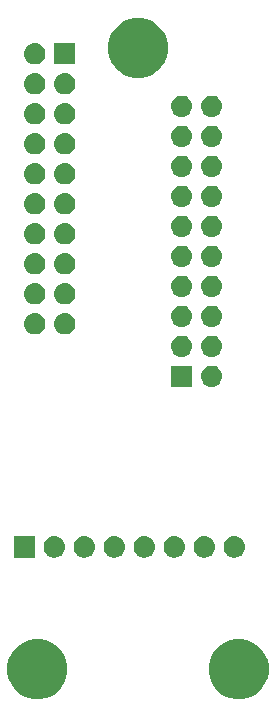
<source format=gbr>
G04 #@! TF.GenerationSoftware,KiCad,Pcbnew,(5.1.2)-1*
G04 #@! TF.CreationDate,2022-05-17T10:22:14-05:00*
G04 #@! TF.ProjectId,jtag_gpio_breakout,6a746167-5f67-4706-996f-5f627265616b,rev?*
G04 #@! TF.SameCoordinates,Original*
G04 #@! TF.FileFunction,Soldermask,Bot*
G04 #@! TF.FilePolarity,Negative*
%FSLAX46Y46*%
G04 Gerber Fmt 4.6, Leading zero omitted, Abs format (unit mm)*
G04 Created by KiCad (PCBNEW (5.1.2)-1) date 2022-05-17 10:22:14*
%MOMM*%
%LPD*%
G04 APERTURE LIST*
%ADD10C,0.100000*%
G04 APERTURE END LIST*
D10*
G36*
X150770099Y-144347033D02*
G01*
X151234351Y-144539332D01*
X151234353Y-144539333D01*
X151652169Y-144818509D01*
X152007492Y-145173832D01*
X152286668Y-145591648D01*
X152286669Y-145591650D01*
X152478968Y-146055902D01*
X152577001Y-146548747D01*
X152577001Y-147051253D01*
X152478968Y-147544098D01*
X152286669Y-148008350D01*
X152286668Y-148008352D01*
X152007492Y-148426168D01*
X151652169Y-148781491D01*
X151234353Y-149060667D01*
X151234352Y-149060668D01*
X151234351Y-149060668D01*
X150770099Y-149252967D01*
X150277254Y-149351000D01*
X149774748Y-149351000D01*
X149281903Y-149252967D01*
X148817651Y-149060668D01*
X148817650Y-149060668D01*
X148817649Y-149060667D01*
X148399833Y-148781491D01*
X148044510Y-148426168D01*
X147765334Y-148008352D01*
X147765333Y-148008350D01*
X147573034Y-147544098D01*
X147475001Y-147051253D01*
X147475001Y-146548747D01*
X147573034Y-146055902D01*
X147765333Y-145591650D01*
X147765334Y-145591648D01*
X148044510Y-145173832D01*
X148399833Y-144818509D01*
X148817649Y-144539333D01*
X148817651Y-144539332D01*
X149281903Y-144347033D01*
X149774748Y-144249000D01*
X150277254Y-144249000D01*
X150770099Y-144347033D01*
X150770099Y-144347033D01*
G37*
G36*
X133718097Y-144347033D02*
G01*
X134182349Y-144539332D01*
X134182351Y-144539333D01*
X134600167Y-144818509D01*
X134955490Y-145173832D01*
X135234666Y-145591648D01*
X135234667Y-145591650D01*
X135426966Y-146055902D01*
X135524999Y-146548747D01*
X135524999Y-147051253D01*
X135426966Y-147544098D01*
X135234667Y-148008350D01*
X135234666Y-148008352D01*
X134955490Y-148426168D01*
X134600167Y-148781491D01*
X134182351Y-149060667D01*
X134182350Y-149060668D01*
X134182349Y-149060668D01*
X133718097Y-149252967D01*
X133225252Y-149351000D01*
X132722746Y-149351000D01*
X132229901Y-149252967D01*
X131765649Y-149060668D01*
X131765648Y-149060668D01*
X131765647Y-149060667D01*
X131347831Y-148781491D01*
X130992508Y-148426168D01*
X130713332Y-148008352D01*
X130713331Y-148008350D01*
X130521032Y-147544098D01*
X130422999Y-147051253D01*
X130422999Y-146548747D01*
X130521032Y-146055902D01*
X130713331Y-145591650D01*
X130713332Y-145591648D01*
X130992508Y-145173832D01*
X131347831Y-144818509D01*
X131765647Y-144539333D01*
X131765649Y-144539332D01*
X132229901Y-144347033D01*
X132722746Y-144249000D01*
X133225252Y-144249000D01*
X133718097Y-144347033D01*
X133718097Y-144347033D01*
G37*
G36*
X132771000Y-137351000D02*
G01*
X130969000Y-137351000D01*
X130969000Y-135549000D01*
X132771000Y-135549000D01*
X132771000Y-137351000D01*
X132771000Y-137351000D01*
G37*
G36*
X134520443Y-135555519D02*
G01*
X134586627Y-135562037D01*
X134756466Y-135613557D01*
X134912991Y-135697222D01*
X134948729Y-135726552D01*
X135050186Y-135809814D01*
X135133448Y-135911271D01*
X135162778Y-135947009D01*
X135246443Y-136103534D01*
X135297963Y-136273373D01*
X135315359Y-136450000D01*
X135297963Y-136626627D01*
X135246443Y-136796466D01*
X135162778Y-136952991D01*
X135133448Y-136988729D01*
X135050186Y-137090186D01*
X134948729Y-137173448D01*
X134912991Y-137202778D01*
X134756466Y-137286443D01*
X134586627Y-137337963D01*
X134520442Y-137344482D01*
X134454260Y-137351000D01*
X134365740Y-137351000D01*
X134299558Y-137344482D01*
X134233373Y-137337963D01*
X134063534Y-137286443D01*
X133907009Y-137202778D01*
X133871271Y-137173448D01*
X133769814Y-137090186D01*
X133686552Y-136988729D01*
X133657222Y-136952991D01*
X133573557Y-136796466D01*
X133522037Y-136626627D01*
X133504641Y-136450000D01*
X133522037Y-136273373D01*
X133573557Y-136103534D01*
X133657222Y-135947009D01*
X133686552Y-135911271D01*
X133769814Y-135809814D01*
X133871271Y-135726552D01*
X133907009Y-135697222D01*
X134063534Y-135613557D01*
X134233373Y-135562037D01*
X134299557Y-135555519D01*
X134365740Y-135549000D01*
X134454260Y-135549000D01*
X134520443Y-135555519D01*
X134520443Y-135555519D01*
G37*
G36*
X137060443Y-135555519D02*
G01*
X137126627Y-135562037D01*
X137296466Y-135613557D01*
X137452991Y-135697222D01*
X137488729Y-135726552D01*
X137590186Y-135809814D01*
X137673448Y-135911271D01*
X137702778Y-135947009D01*
X137786443Y-136103534D01*
X137837963Y-136273373D01*
X137855359Y-136450000D01*
X137837963Y-136626627D01*
X137786443Y-136796466D01*
X137702778Y-136952991D01*
X137673448Y-136988729D01*
X137590186Y-137090186D01*
X137488729Y-137173448D01*
X137452991Y-137202778D01*
X137296466Y-137286443D01*
X137126627Y-137337963D01*
X137060442Y-137344482D01*
X136994260Y-137351000D01*
X136905740Y-137351000D01*
X136839558Y-137344482D01*
X136773373Y-137337963D01*
X136603534Y-137286443D01*
X136447009Y-137202778D01*
X136411271Y-137173448D01*
X136309814Y-137090186D01*
X136226552Y-136988729D01*
X136197222Y-136952991D01*
X136113557Y-136796466D01*
X136062037Y-136626627D01*
X136044641Y-136450000D01*
X136062037Y-136273373D01*
X136113557Y-136103534D01*
X136197222Y-135947009D01*
X136226552Y-135911271D01*
X136309814Y-135809814D01*
X136411271Y-135726552D01*
X136447009Y-135697222D01*
X136603534Y-135613557D01*
X136773373Y-135562037D01*
X136839557Y-135555519D01*
X136905740Y-135549000D01*
X136994260Y-135549000D01*
X137060443Y-135555519D01*
X137060443Y-135555519D01*
G37*
G36*
X139600443Y-135555519D02*
G01*
X139666627Y-135562037D01*
X139836466Y-135613557D01*
X139992991Y-135697222D01*
X140028729Y-135726552D01*
X140130186Y-135809814D01*
X140213448Y-135911271D01*
X140242778Y-135947009D01*
X140326443Y-136103534D01*
X140377963Y-136273373D01*
X140395359Y-136450000D01*
X140377963Y-136626627D01*
X140326443Y-136796466D01*
X140242778Y-136952991D01*
X140213448Y-136988729D01*
X140130186Y-137090186D01*
X140028729Y-137173448D01*
X139992991Y-137202778D01*
X139836466Y-137286443D01*
X139666627Y-137337963D01*
X139600442Y-137344482D01*
X139534260Y-137351000D01*
X139445740Y-137351000D01*
X139379558Y-137344482D01*
X139313373Y-137337963D01*
X139143534Y-137286443D01*
X138987009Y-137202778D01*
X138951271Y-137173448D01*
X138849814Y-137090186D01*
X138766552Y-136988729D01*
X138737222Y-136952991D01*
X138653557Y-136796466D01*
X138602037Y-136626627D01*
X138584641Y-136450000D01*
X138602037Y-136273373D01*
X138653557Y-136103534D01*
X138737222Y-135947009D01*
X138766552Y-135911271D01*
X138849814Y-135809814D01*
X138951271Y-135726552D01*
X138987009Y-135697222D01*
X139143534Y-135613557D01*
X139313373Y-135562037D01*
X139379557Y-135555519D01*
X139445740Y-135549000D01*
X139534260Y-135549000D01*
X139600443Y-135555519D01*
X139600443Y-135555519D01*
G37*
G36*
X142140443Y-135555519D02*
G01*
X142206627Y-135562037D01*
X142376466Y-135613557D01*
X142532991Y-135697222D01*
X142568729Y-135726552D01*
X142670186Y-135809814D01*
X142753448Y-135911271D01*
X142782778Y-135947009D01*
X142866443Y-136103534D01*
X142917963Y-136273373D01*
X142935359Y-136450000D01*
X142917963Y-136626627D01*
X142866443Y-136796466D01*
X142782778Y-136952991D01*
X142753448Y-136988729D01*
X142670186Y-137090186D01*
X142568729Y-137173448D01*
X142532991Y-137202778D01*
X142376466Y-137286443D01*
X142206627Y-137337963D01*
X142140442Y-137344482D01*
X142074260Y-137351000D01*
X141985740Y-137351000D01*
X141919558Y-137344482D01*
X141853373Y-137337963D01*
X141683534Y-137286443D01*
X141527009Y-137202778D01*
X141491271Y-137173448D01*
X141389814Y-137090186D01*
X141306552Y-136988729D01*
X141277222Y-136952991D01*
X141193557Y-136796466D01*
X141142037Y-136626627D01*
X141124641Y-136450000D01*
X141142037Y-136273373D01*
X141193557Y-136103534D01*
X141277222Y-135947009D01*
X141306552Y-135911271D01*
X141389814Y-135809814D01*
X141491271Y-135726552D01*
X141527009Y-135697222D01*
X141683534Y-135613557D01*
X141853373Y-135562037D01*
X141919557Y-135555519D01*
X141985740Y-135549000D01*
X142074260Y-135549000D01*
X142140443Y-135555519D01*
X142140443Y-135555519D01*
G37*
G36*
X144680443Y-135555519D02*
G01*
X144746627Y-135562037D01*
X144916466Y-135613557D01*
X145072991Y-135697222D01*
X145108729Y-135726552D01*
X145210186Y-135809814D01*
X145293448Y-135911271D01*
X145322778Y-135947009D01*
X145406443Y-136103534D01*
X145457963Y-136273373D01*
X145475359Y-136450000D01*
X145457963Y-136626627D01*
X145406443Y-136796466D01*
X145322778Y-136952991D01*
X145293448Y-136988729D01*
X145210186Y-137090186D01*
X145108729Y-137173448D01*
X145072991Y-137202778D01*
X144916466Y-137286443D01*
X144746627Y-137337963D01*
X144680442Y-137344482D01*
X144614260Y-137351000D01*
X144525740Y-137351000D01*
X144459558Y-137344482D01*
X144393373Y-137337963D01*
X144223534Y-137286443D01*
X144067009Y-137202778D01*
X144031271Y-137173448D01*
X143929814Y-137090186D01*
X143846552Y-136988729D01*
X143817222Y-136952991D01*
X143733557Y-136796466D01*
X143682037Y-136626627D01*
X143664641Y-136450000D01*
X143682037Y-136273373D01*
X143733557Y-136103534D01*
X143817222Y-135947009D01*
X143846552Y-135911271D01*
X143929814Y-135809814D01*
X144031271Y-135726552D01*
X144067009Y-135697222D01*
X144223534Y-135613557D01*
X144393373Y-135562037D01*
X144459557Y-135555519D01*
X144525740Y-135549000D01*
X144614260Y-135549000D01*
X144680443Y-135555519D01*
X144680443Y-135555519D01*
G37*
G36*
X147220443Y-135555519D02*
G01*
X147286627Y-135562037D01*
X147456466Y-135613557D01*
X147612991Y-135697222D01*
X147648729Y-135726552D01*
X147750186Y-135809814D01*
X147833448Y-135911271D01*
X147862778Y-135947009D01*
X147946443Y-136103534D01*
X147997963Y-136273373D01*
X148015359Y-136450000D01*
X147997963Y-136626627D01*
X147946443Y-136796466D01*
X147862778Y-136952991D01*
X147833448Y-136988729D01*
X147750186Y-137090186D01*
X147648729Y-137173448D01*
X147612991Y-137202778D01*
X147456466Y-137286443D01*
X147286627Y-137337963D01*
X147220442Y-137344482D01*
X147154260Y-137351000D01*
X147065740Y-137351000D01*
X146999558Y-137344482D01*
X146933373Y-137337963D01*
X146763534Y-137286443D01*
X146607009Y-137202778D01*
X146571271Y-137173448D01*
X146469814Y-137090186D01*
X146386552Y-136988729D01*
X146357222Y-136952991D01*
X146273557Y-136796466D01*
X146222037Y-136626627D01*
X146204641Y-136450000D01*
X146222037Y-136273373D01*
X146273557Y-136103534D01*
X146357222Y-135947009D01*
X146386552Y-135911271D01*
X146469814Y-135809814D01*
X146571271Y-135726552D01*
X146607009Y-135697222D01*
X146763534Y-135613557D01*
X146933373Y-135562037D01*
X146999557Y-135555519D01*
X147065740Y-135549000D01*
X147154260Y-135549000D01*
X147220443Y-135555519D01*
X147220443Y-135555519D01*
G37*
G36*
X149760443Y-135555519D02*
G01*
X149826627Y-135562037D01*
X149996466Y-135613557D01*
X150152991Y-135697222D01*
X150188729Y-135726552D01*
X150290186Y-135809814D01*
X150373448Y-135911271D01*
X150402778Y-135947009D01*
X150486443Y-136103534D01*
X150537963Y-136273373D01*
X150555359Y-136450000D01*
X150537963Y-136626627D01*
X150486443Y-136796466D01*
X150402778Y-136952991D01*
X150373448Y-136988729D01*
X150290186Y-137090186D01*
X150188729Y-137173448D01*
X150152991Y-137202778D01*
X149996466Y-137286443D01*
X149826627Y-137337963D01*
X149760442Y-137344482D01*
X149694260Y-137351000D01*
X149605740Y-137351000D01*
X149539558Y-137344482D01*
X149473373Y-137337963D01*
X149303534Y-137286443D01*
X149147009Y-137202778D01*
X149111271Y-137173448D01*
X149009814Y-137090186D01*
X148926552Y-136988729D01*
X148897222Y-136952991D01*
X148813557Y-136796466D01*
X148762037Y-136626627D01*
X148744641Y-136450000D01*
X148762037Y-136273373D01*
X148813557Y-136103534D01*
X148897222Y-135947009D01*
X148926552Y-135911271D01*
X149009814Y-135809814D01*
X149111271Y-135726552D01*
X149147009Y-135697222D01*
X149303534Y-135613557D01*
X149473373Y-135562037D01*
X149539557Y-135555519D01*
X149605740Y-135549000D01*
X149694260Y-135549000D01*
X149760443Y-135555519D01*
X149760443Y-135555519D01*
G37*
G36*
X146091000Y-122901000D02*
G01*
X144289000Y-122901000D01*
X144289000Y-121099000D01*
X146091000Y-121099000D01*
X146091000Y-122901000D01*
X146091000Y-122901000D01*
G37*
G36*
X147840442Y-121105518D02*
G01*
X147906627Y-121112037D01*
X148076466Y-121163557D01*
X148232991Y-121247222D01*
X148268729Y-121276552D01*
X148370186Y-121359814D01*
X148453448Y-121461271D01*
X148482778Y-121497009D01*
X148566443Y-121653534D01*
X148617963Y-121823373D01*
X148635359Y-122000000D01*
X148617963Y-122176627D01*
X148566443Y-122346466D01*
X148482778Y-122502991D01*
X148453448Y-122538729D01*
X148370186Y-122640186D01*
X148268729Y-122723448D01*
X148232991Y-122752778D01*
X148076466Y-122836443D01*
X147906627Y-122887963D01*
X147840442Y-122894482D01*
X147774260Y-122901000D01*
X147685740Y-122901000D01*
X147619558Y-122894482D01*
X147553373Y-122887963D01*
X147383534Y-122836443D01*
X147227009Y-122752778D01*
X147191271Y-122723448D01*
X147089814Y-122640186D01*
X147006552Y-122538729D01*
X146977222Y-122502991D01*
X146893557Y-122346466D01*
X146842037Y-122176627D01*
X146824641Y-122000000D01*
X146842037Y-121823373D01*
X146893557Y-121653534D01*
X146977222Y-121497009D01*
X147006552Y-121461271D01*
X147089814Y-121359814D01*
X147191271Y-121276552D01*
X147227009Y-121247222D01*
X147383534Y-121163557D01*
X147553373Y-121112037D01*
X147619558Y-121105518D01*
X147685740Y-121099000D01*
X147774260Y-121099000D01*
X147840442Y-121105518D01*
X147840442Y-121105518D01*
G37*
G36*
X147840442Y-118565518D02*
G01*
X147906627Y-118572037D01*
X148076466Y-118623557D01*
X148232991Y-118707222D01*
X148268729Y-118736552D01*
X148370186Y-118819814D01*
X148453448Y-118921271D01*
X148482778Y-118957009D01*
X148566443Y-119113534D01*
X148617963Y-119283373D01*
X148635359Y-119460000D01*
X148617963Y-119636627D01*
X148566443Y-119806466D01*
X148482778Y-119962991D01*
X148453448Y-119998729D01*
X148370186Y-120100186D01*
X148268729Y-120183448D01*
X148232991Y-120212778D01*
X148076466Y-120296443D01*
X147906627Y-120347963D01*
X147840442Y-120354482D01*
X147774260Y-120361000D01*
X147685740Y-120361000D01*
X147619558Y-120354482D01*
X147553373Y-120347963D01*
X147383534Y-120296443D01*
X147227009Y-120212778D01*
X147191271Y-120183448D01*
X147089814Y-120100186D01*
X147006552Y-119998729D01*
X146977222Y-119962991D01*
X146893557Y-119806466D01*
X146842037Y-119636627D01*
X146824641Y-119460000D01*
X146842037Y-119283373D01*
X146893557Y-119113534D01*
X146977222Y-118957009D01*
X147006552Y-118921271D01*
X147089814Y-118819814D01*
X147191271Y-118736552D01*
X147227009Y-118707222D01*
X147383534Y-118623557D01*
X147553373Y-118572037D01*
X147619558Y-118565518D01*
X147685740Y-118559000D01*
X147774260Y-118559000D01*
X147840442Y-118565518D01*
X147840442Y-118565518D01*
G37*
G36*
X145300442Y-118565518D02*
G01*
X145366627Y-118572037D01*
X145536466Y-118623557D01*
X145692991Y-118707222D01*
X145728729Y-118736552D01*
X145830186Y-118819814D01*
X145913448Y-118921271D01*
X145942778Y-118957009D01*
X146026443Y-119113534D01*
X146077963Y-119283373D01*
X146095359Y-119460000D01*
X146077963Y-119636627D01*
X146026443Y-119806466D01*
X145942778Y-119962991D01*
X145913448Y-119998729D01*
X145830186Y-120100186D01*
X145728729Y-120183448D01*
X145692991Y-120212778D01*
X145536466Y-120296443D01*
X145366627Y-120347963D01*
X145300442Y-120354482D01*
X145234260Y-120361000D01*
X145145740Y-120361000D01*
X145079558Y-120354482D01*
X145013373Y-120347963D01*
X144843534Y-120296443D01*
X144687009Y-120212778D01*
X144651271Y-120183448D01*
X144549814Y-120100186D01*
X144466552Y-119998729D01*
X144437222Y-119962991D01*
X144353557Y-119806466D01*
X144302037Y-119636627D01*
X144284641Y-119460000D01*
X144302037Y-119283373D01*
X144353557Y-119113534D01*
X144437222Y-118957009D01*
X144466552Y-118921271D01*
X144549814Y-118819814D01*
X144651271Y-118736552D01*
X144687009Y-118707222D01*
X144843534Y-118623557D01*
X145013373Y-118572037D01*
X145079558Y-118565518D01*
X145145740Y-118559000D01*
X145234260Y-118559000D01*
X145300442Y-118565518D01*
X145300442Y-118565518D01*
G37*
G36*
X132870443Y-116665519D02*
G01*
X132936627Y-116672037D01*
X133106466Y-116723557D01*
X133262991Y-116807222D01*
X133298729Y-116836552D01*
X133400186Y-116919814D01*
X133483448Y-117021271D01*
X133512778Y-117057009D01*
X133596443Y-117213534D01*
X133647963Y-117383373D01*
X133665359Y-117560000D01*
X133647963Y-117736627D01*
X133596443Y-117906466D01*
X133512778Y-118062991D01*
X133483448Y-118098729D01*
X133400186Y-118200186D01*
X133298729Y-118283448D01*
X133262991Y-118312778D01*
X133106466Y-118396443D01*
X132936627Y-118447963D01*
X132870442Y-118454482D01*
X132804260Y-118461000D01*
X132715740Y-118461000D01*
X132649558Y-118454482D01*
X132583373Y-118447963D01*
X132413534Y-118396443D01*
X132257009Y-118312778D01*
X132221271Y-118283448D01*
X132119814Y-118200186D01*
X132036552Y-118098729D01*
X132007222Y-118062991D01*
X131923557Y-117906466D01*
X131872037Y-117736627D01*
X131854641Y-117560000D01*
X131872037Y-117383373D01*
X131923557Y-117213534D01*
X132007222Y-117057009D01*
X132036552Y-117021271D01*
X132119814Y-116919814D01*
X132221271Y-116836552D01*
X132257009Y-116807222D01*
X132413534Y-116723557D01*
X132583373Y-116672037D01*
X132649557Y-116665519D01*
X132715740Y-116659000D01*
X132804260Y-116659000D01*
X132870443Y-116665519D01*
X132870443Y-116665519D01*
G37*
G36*
X135410443Y-116665519D02*
G01*
X135476627Y-116672037D01*
X135646466Y-116723557D01*
X135802991Y-116807222D01*
X135838729Y-116836552D01*
X135940186Y-116919814D01*
X136023448Y-117021271D01*
X136052778Y-117057009D01*
X136136443Y-117213534D01*
X136187963Y-117383373D01*
X136205359Y-117560000D01*
X136187963Y-117736627D01*
X136136443Y-117906466D01*
X136052778Y-118062991D01*
X136023448Y-118098729D01*
X135940186Y-118200186D01*
X135838729Y-118283448D01*
X135802991Y-118312778D01*
X135646466Y-118396443D01*
X135476627Y-118447963D01*
X135410442Y-118454482D01*
X135344260Y-118461000D01*
X135255740Y-118461000D01*
X135189558Y-118454482D01*
X135123373Y-118447963D01*
X134953534Y-118396443D01*
X134797009Y-118312778D01*
X134761271Y-118283448D01*
X134659814Y-118200186D01*
X134576552Y-118098729D01*
X134547222Y-118062991D01*
X134463557Y-117906466D01*
X134412037Y-117736627D01*
X134394641Y-117560000D01*
X134412037Y-117383373D01*
X134463557Y-117213534D01*
X134547222Y-117057009D01*
X134576552Y-117021271D01*
X134659814Y-116919814D01*
X134761271Y-116836552D01*
X134797009Y-116807222D01*
X134953534Y-116723557D01*
X135123373Y-116672037D01*
X135189557Y-116665519D01*
X135255740Y-116659000D01*
X135344260Y-116659000D01*
X135410443Y-116665519D01*
X135410443Y-116665519D01*
G37*
G36*
X147840443Y-116025519D02*
G01*
X147906627Y-116032037D01*
X148076466Y-116083557D01*
X148232991Y-116167222D01*
X148268729Y-116196552D01*
X148370186Y-116279814D01*
X148453448Y-116381271D01*
X148482778Y-116417009D01*
X148566443Y-116573534D01*
X148617963Y-116743373D01*
X148635359Y-116920000D01*
X148617963Y-117096627D01*
X148566443Y-117266466D01*
X148482778Y-117422991D01*
X148453448Y-117458729D01*
X148370186Y-117560186D01*
X148268729Y-117643448D01*
X148232991Y-117672778D01*
X148076466Y-117756443D01*
X147906627Y-117807963D01*
X147840443Y-117814481D01*
X147774260Y-117821000D01*
X147685740Y-117821000D01*
X147619557Y-117814481D01*
X147553373Y-117807963D01*
X147383534Y-117756443D01*
X147227009Y-117672778D01*
X147191271Y-117643448D01*
X147089814Y-117560186D01*
X147006552Y-117458729D01*
X146977222Y-117422991D01*
X146893557Y-117266466D01*
X146842037Y-117096627D01*
X146824641Y-116920000D01*
X146842037Y-116743373D01*
X146893557Y-116573534D01*
X146977222Y-116417009D01*
X147006552Y-116381271D01*
X147089814Y-116279814D01*
X147191271Y-116196552D01*
X147227009Y-116167222D01*
X147383534Y-116083557D01*
X147553373Y-116032037D01*
X147619557Y-116025519D01*
X147685740Y-116019000D01*
X147774260Y-116019000D01*
X147840443Y-116025519D01*
X147840443Y-116025519D01*
G37*
G36*
X145300443Y-116025519D02*
G01*
X145366627Y-116032037D01*
X145536466Y-116083557D01*
X145692991Y-116167222D01*
X145728729Y-116196552D01*
X145830186Y-116279814D01*
X145913448Y-116381271D01*
X145942778Y-116417009D01*
X146026443Y-116573534D01*
X146077963Y-116743373D01*
X146095359Y-116920000D01*
X146077963Y-117096627D01*
X146026443Y-117266466D01*
X145942778Y-117422991D01*
X145913448Y-117458729D01*
X145830186Y-117560186D01*
X145728729Y-117643448D01*
X145692991Y-117672778D01*
X145536466Y-117756443D01*
X145366627Y-117807963D01*
X145300443Y-117814481D01*
X145234260Y-117821000D01*
X145145740Y-117821000D01*
X145079557Y-117814481D01*
X145013373Y-117807963D01*
X144843534Y-117756443D01*
X144687009Y-117672778D01*
X144651271Y-117643448D01*
X144549814Y-117560186D01*
X144466552Y-117458729D01*
X144437222Y-117422991D01*
X144353557Y-117266466D01*
X144302037Y-117096627D01*
X144284641Y-116920000D01*
X144302037Y-116743373D01*
X144353557Y-116573534D01*
X144437222Y-116417009D01*
X144466552Y-116381271D01*
X144549814Y-116279814D01*
X144651271Y-116196552D01*
X144687009Y-116167222D01*
X144843534Y-116083557D01*
X145013373Y-116032037D01*
X145079557Y-116025519D01*
X145145740Y-116019000D01*
X145234260Y-116019000D01*
X145300443Y-116025519D01*
X145300443Y-116025519D01*
G37*
G36*
X135410443Y-114125519D02*
G01*
X135476627Y-114132037D01*
X135646466Y-114183557D01*
X135802991Y-114267222D01*
X135838729Y-114296552D01*
X135940186Y-114379814D01*
X136023448Y-114481271D01*
X136052778Y-114517009D01*
X136136443Y-114673534D01*
X136187963Y-114843373D01*
X136205359Y-115020000D01*
X136187963Y-115196627D01*
X136136443Y-115366466D01*
X136052778Y-115522991D01*
X136023448Y-115558729D01*
X135940186Y-115660186D01*
X135838729Y-115743448D01*
X135802991Y-115772778D01*
X135646466Y-115856443D01*
X135476627Y-115907963D01*
X135410443Y-115914481D01*
X135344260Y-115921000D01*
X135255740Y-115921000D01*
X135189557Y-115914481D01*
X135123373Y-115907963D01*
X134953534Y-115856443D01*
X134797009Y-115772778D01*
X134761271Y-115743448D01*
X134659814Y-115660186D01*
X134576552Y-115558729D01*
X134547222Y-115522991D01*
X134463557Y-115366466D01*
X134412037Y-115196627D01*
X134394641Y-115020000D01*
X134412037Y-114843373D01*
X134463557Y-114673534D01*
X134547222Y-114517009D01*
X134576552Y-114481271D01*
X134659814Y-114379814D01*
X134761271Y-114296552D01*
X134797009Y-114267222D01*
X134953534Y-114183557D01*
X135123373Y-114132037D01*
X135189557Y-114125519D01*
X135255740Y-114119000D01*
X135344260Y-114119000D01*
X135410443Y-114125519D01*
X135410443Y-114125519D01*
G37*
G36*
X132870443Y-114125519D02*
G01*
X132936627Y-114132037D01*
X133106466Y-114183557D01*
X133262991Y-114267222D01*
X133298729Y-114296552D01*
X133400186Y-114379814D01*
X133483448Y-114481271D01*
X133512778Y-114517009D01*
X133596443Y-114673534D01*
X133647963Y-114843373D01*
X133665359Y-115020000D01*
X133647963Y-115196627D01*
X133596443Y-115366466D01*
X133512778Y-115522991D01*
X133483448Y-115558729D01*
X133400186Y-115660186D01*
X133298729Y-115743448D01*
X133262991Y-115772778D01*
X133106466Y-115856443D01*
X132936627Y-115907963D01*
X132870443Y-115914481D01*
X132804260Y-115921000D01*
X132715740Y-115921000D01*
X132649557Y-115914481D01*
X132583373Y-115907963D01*
X132413534Y-115856443D01*
X132257009Y-115772778D01*
X132221271Y-115743448D01*
X132119814Y-115660186D01*
X132036552Y-115558729D01*
X132007222Y-115522991D01*
X131923557Y-115366466D01*
X131872037Y-115196627D01*
X131854641Y-115020000D01*
X131872037Y-114843373D01*
X131923557Y-114673534D01*
X132007222Y-114517009D01*
X132036552Y-114481271D01*
X132119814Y-114379814D01*
X132221271Y-114296552D01*
X132257009Y-114267222D01*
X132413534Y-114183557D01*
X132583373Y-114132037D01*
X132649557Y-114125519D01*
X132715740Y-114119000D01*
X132804260Y-114119000D01*
X132870443Y-114125519D01*
X132870443Y-114125519D01*
G37*
G36*
X147840443Y-113485519D02*
G01*
X147906627Y-113492037D01*
X148076466Y-113543557D01*
X148232991Y-113627222D01*
X148268729Y-113656552D01*
X148370186Y-113739814D01*
X148453448Y-113841271D01*
X148482778Y-113877009D01*
X148566443Y-114033534D01*
X148617963Y-114203373D01*
X148635359Y-114380000D01*
X148617963Y-114556627D01*
X148566443Y-114726466D01*
X148482778Y-114882991D01*
X148453448Y-114918729D01*
X148370186Y-115020186D01*
X148268729Y-115103448D01*
X148232991Y-115132778D01*
X148076466Y-115216443D01*
X147906627Y-115267963D01*
X147840442Y-115274482D01*
X147774260Y-115281000D01*
X147685740Y-115281000D01*
X147619558Y-115274482D01*
X147553373Y-115267963D01*
X147383534Y-115216443D01*
X147227009Y-115132778D01*
X147191271Y-115103448D01*
X147089814Y-115020186D01*
X147006552Y-114918729D01*
X146977222Y-114882991D01*
X146893557Y-114726466D01*
X146842037Y-114556627D01*
X146824641Y-114380000D01*
X146842037Y-114203373D01*
X146893557Y-114033534D01*
X146977222Y-113877009D01*
X147006552Y-113841271D01*
X147089814Y-113739814D01*
X147191271Y-113656552D01*
X147227009Y-113627222D01*
X147383534Y-113543557D01*
X147553373Y-113492037D01*
X147619557Y-113485519D01*
X147685740Y-113479000D01*
X147774260Y-113479000D01*
X147840443Y-113485519D01*
X147840443Y-113485519D01*
G37*
G36*
X145300443Y-113485519D02*
G01*
X145366627Y-113492037D01*
X145536466Y-113543557D01*
X145692991Y-113627222D01*
X145728729Y-113656552D01*
X145830186Y-113739814D01*
X145913448Y-113841271D01*
X145942778Y-113877009D01*
X146026443Y-114033534D01*
X146077963Y-114203373D01*
X146095359Y-114380000D01*
X146077963Y-114556627D01*
X146026443Y-114726466D01*
X145942778Y-114882991D01*
X145913448Y-114918729D01*
X145830186Y-115020186D01*
X145728729Y-115103448D01*
X145692991Y-115132778D01*
X145536466Y-115216443D01*
X145366627Y-115267963D01*
X145300442Y-115274482D01*
X145234260Y-115281000D01*
X145145740Y-115281000D01*
X145079558Y-115274482D01*
X145013373Y-115267963D01*
X144843534Y-115216443D01*
X144687009Y-115132778D01*
X144651271Y-115103448D01*
X144549814Y-115020186D01*
X144466552Y-114918729D01*
X144437222Y-114882991D01*
X144353557Y-114726466D01*
X144302037Y-114556627D01*
X144284641Y-114380000D01*
X144302037Y-114203373D01*
X144353557Y-114033534D01*
X144437222Y-113877009D01*
X144466552Y-113841271D01*
X144549814Y-113739814D01*
X144651271Y-113656552D01*
X144687009Y-113627222D01*
X144843534Y-113543557D01*
X145013373Y-113492037D01*
X145079557Y-113485519D01*
X145145740Y-113479000D01*
X145234260Y-113479000D01*
X145300443Y-113485519D01*
X145300443Y-113485519D01*
G37*
G36*
X132870443Y-111585519D02*
G01*
X132936627Y-111592037D01*
X133106466Y-111643557D01*
X133262991Y-111727222D01*
X133298729Y-111756552D01*
X133400186Y-111839814D01*
X133483448Y-111941271D01*
X133512778Y-111977009D01*
X133596443Y-112133534D01*
X133647963Y-112303373D01*
X133665359Y-112480000D01*
X133647963Y-112656627D01*
X133596443Y-112826466D01*
X133512778Y-112982991D01*
X133483448Y-113018729D01*
X133400186Y-113120186D01*
X133298729Y-113203448D01*
X133262991Y-113232778D01*
X133106466Y-113316443D01*
X132936627Y-113367963D01*
X132870443Y-113374481D01*
X132804260Y-113381000D01*
X132715740Y-113381000D01*
X132649557Y-113374481D01*
X132583373Y-113367963D01*
X132413534Y-113316443D01*
X132257009Y-113232778D01*
X132221271Y-113203448D01*
X132119814Y-113120186D01*
X132036552Y-113018729D01*
X132007222Y-112982991D01*
X131923557Y-112826466D01*
X131872037Y-112656627D01*
X131854641Y-112480000D01*
X131872037Y-112303373D01*
X131923557Y-112133534D01*
X132007222Y-111977009D01*
X132036552Y-111941271D01*
X132119814Y-111839814D01*
X132221271Y-111756552D01*
X132257009Y-111727222D01*
X132413534Y-111643557D01*
X132583373Y-111592037D01*
X132649557Y-111585519D01*
X132715740Y-111579000D01*
X132804260Y-111579000D01*
X132870443Y-111585519D01*
X132870443Y-111585519D01*
G37*
G36*
X135410443Y-111585519D02*
G01*
X135476627Y-111592037D01*
X135646466Y-111643557D01*
X135802991Y-111727222D01*
X135838729Y-111756552D01*
X135940186Y-111839814D01*
X136023448Y-111941271D01*
X136052778Y-111977009D01*
X136136443Y-112133534D01*
X136187963Y-112303373D01*
X136205359Y-112480000D01*
X136187963Y-112656627D01*
X136136443Y-112826466D01*
X136052778Y-112982991D01*
X136023448Y-113018729D01*
X135940186Y-113120186D01*
X135838729Y-113203448D01*
X135802991Y-113232778D01*
X135646466Y-113316443D01*
X135476627Y-113367963D01*
X135410443Y-113374481D01*
X135344260Y-113381000D01*
X135255740Y-113381000D01*
X135189557Y-113374481D01*
X135123373Y-113367963D01*
X134953534Y-113316443D01*
X134797009Y-113232778D01*
X134761271Y-113203448D01*
X134659814Y-113120186D01*
X134576552Y-113018729D01*
X134547222Y-112982991D01*
X134463557Y-112826466D01*
X134412037Y-112656627D01*
X134394641Y-112480000D01*
X134412037Y-112303373D01*
X134463557Y-112133534D01*
X134547222Y-111977009D01*
X134576552Y-111941271D01*
X134659814Y-111839814D01*
X134761271Y-111756552D01*
X134797009Y-111727222D01*
X134953534Y-111643557D01*
X135123373Y-111592037D01*
X135189557Y-111585519D01*
X135255740Y-111579000D01*
X135344260Y-111579000D01*
X135410443Y-111585519D01*
X135410443Y-111585519D01*
G37*
G36*
X145300442Y-110945518D02*
G01*
X145366627Y-110952037D01*
X145536466Y-111003557D01*
X145692991Y-111087222D01*
X145728729Y-111116552D01*
X145830186Y-111199814D01*
X145913448Y-111301271D01*
X145942778Y-111337009D01*
X146026443Y-111493534D01*
X146077963Y-111663373D01*
X146095359Y-111840000D01*
X146077963Y-112016627D01*
X146026443Y-112186466D01*
X145942778Y-112342991D01*
X145913448Y-112378729D01*
X145830186Y-112480186D01*
X145728729Y-112563448D01*
X145692991Y-112592778D01*
X145536466Y-112676443D01*
X145366627Y-112727963D01*
X145300443Y-112734481D01*
X145234260Y-112741000D01*
X145145740Y-112741000D01*
X145079557Y-112734481D01*
X145013373Y-112727963D01*
X144843534Y-112676443D01*
X144687009Y-112592778D01*
X144651271Y-112563448D01*
X144549814Y-112480186D01*
X144466552Y-112378729D01*
X144437222Y-112342991D01*
X144353557Y-112186466D01*
X144302037Y-112016627D01*
X144284641Y-111840000D01*
X144302037Y-111663373D01*
X144353557Y-111493534D01*
X144437222Y-111337009D01*
X144466552Y-111301271D01*
X144549814Y-111199814D01*
X144651271Y-111116552D01*
X144687009Y-111087222D01*
X144843534Y-111003557D01*
X145013373Y-110952037D01*
X145079558Y-110945518D01*
X145145740Y-110939000D01*
X145234260Y-110939000D01*
X145300442Y-110945518D01*
X145300442Y-110945518D01*
G37*
G36*
X147840442Y-110945518D02*
G01*
X147906627Y-110952037D01*
X148076466Y-111003557D01*
X148232991Y-111087222D01*
X148268729Y-111116552D01*
X148370186Y-111199814D01*
X148453448Y-111301271D01*
X148482778Y-111337009D01*
X148566443Y-111493534D01*
X148617963Y-111663373D01*
X148635359Y-111840000D01*
X148617963Y-112016627D01*
X148566443Y-112186466D01*
X148482778Y-112342991D01*
X148453448Y-112378729D01*
X148370186Y-112480186D01*
X148268729Y-112563448D01*
X148232991Y-112592778D01*
X148076466Y-112676443D01*
X147906627Y-112727963D01*
X147840443Y-112734481D01*
X147774260Y-112741000D01*
X147685740Y-112741000D01*
X147619557Y-112734481D01*
X147553373Y-112727963D01*
X147383534Y-112676443D01*
X147227009Y-112592778D01*
X147191271Y-112563448D01*
X147089814Y-112480186D01*
X147006552Y-112378729D01*
X146977222Y-112342991D01*
X146893557Y-112186466D01*
X146842037Y-112016627D01*
X146824641Y-111840000D01*
X146842037Y-111663373D01*
X146893557Y-111493534D01*
X146977222Y-111337009D01*
X147006552Y-111301271D01*
X147089814Y-111199814D01*
X147191271Y-111116552D01*
X147227009Y-111087222D01*
X147383534Y-111003557D01*
X147553373Y-110952037D01*
X147619558Y-110945518D01*
X147685740Y-110939000D01*
X147774260Y-110939000D01*
X147840442Y-110945518D01*
X147840442Y-110945518D01*
G37*
G36*
X135410442Y-109045518D02*
G01*
X135476627Y-109052037D01*
X135646466Y-109103557D01*
X135802991Y-109187222D01*
X135838729Y-109216552D01*
X135940186Y-109299814D01*
X136023448Y-109401271D01*
X136052778Y-109437009D01*
X136136443Y-109593534D01*
X136187963Y-109763373D01*
X136205359Y-109940000D01*
X136187963Y-110116627D01*
X136136443Y-110286466D01*
X136052778Y-110442991D01*
X136023448Y-110478729D01*
X135940186Y-110580186D01*
X135838729Y-110663448D01*
X135802991Y-110692778D01*
X135646466Y-110776443D01*
X135476627Y-110827963D01*
X135410443Y-110834481D01*
X135344260Y-110841000D01*
X135255740Y-110841000D01*
X135189557Y-110834481D01*
X135123373Y-110827963D01*
X134953534Y-110776443D01*
X134797009Y-110692778D01*
X134761271Y-110663448D01*
X134659814Y-110580186D01*
X134576552Y-110478729D01*
X134547222Y-110442991D01*
X134463557Y-110286466D01*
X134412037Y-110116627D01*
X134394641Y-109940000D01*
X134412037Y-109763373D01*
X134463557Y-109593534D01*
X134547222Y-109437009D01*
X134576552Y-109401271D01*
X134659814Y-109299814D01*
X134761271Y-109216552D01*
X134797009Y-109187222D01*
X134953534Y-109103557D01*
X135123373Y-109052037D01*
X135189558Y-109045518D01*
X135255740Y-109039000D01*
X135344260Y-109039000D01*
X135410442Y-109045518D01*
X135410442Y-109045518D01*
G37*
G36*
X132870442Y-109045518D02*
G01*
X132936627Y-109052037D01*
X133106466Y-109103557D01*
X133262991Y-109187222D01*
X133298729Y-109216552D01*
X133400186Y-109299814D01*
X133483448Y-109401271D01*
X133512778Y-109437009D01*
X133596443Y-109593534D01*
X133647963Y-109763373D01*
X133665359Y-109940000D01*
X133647963Y-110116627D01*
X133596443Y-110286466D01*
X133512778Y-110442991D01*
X133483448Y-110478729D01*
X133400186Y-110580186D01*
X133298729Y-110663448D01*
X133262991Y-110692778D01*
X133106466Y-110776443D01*
X132936627Y-110827963D01*
X132870443Y-110834481D01*
X132804260Y-110841000D01*
X132715740Y-110841000D01*
X132649557Y-110834481D01*
X132583373Y-110827963D01*
X132413534Y-110776443D01*
X132257009Y-110692778D01*
X132221271Y-110663448D01*
X132119814Y-110580186D01*
X132036552Y-110478729D01*
X132007222Y-110442991D01*
X131923557Y-110286466D01*
X131872037Y-110116627D01*
X131854641Y-109940000D01*
X131872037Y-109763373D01*
X131923557Y-109593534D01*
X132007222Y-109437009D01*
X132036552Y-109401271D01*
X132119814Y-109299814D01*
X132221271Y-109216552D01*
X132257009Y-109187222D01*
X132413534Y-109103557D01*
X132583373Y-109052037D01*
X132649558Y-109045518D01*
X132715740Y-109039000D01*
X132804260Y-109039000D01*
X132870442Y-109045518D01*
X132870442Y-109045518D01*
G37*
G36*
X147840442Y-108405518D02*
G01*
X147906627Y-108412037D01*
X148076466Y-108463557D01*
X148232991Y-108547222D01*
X148268729Y-108576552D01*
X148370186Y-108659814D01*
X148453448Y-108761271D01*
X148482778Y-108797009D01*
X148566443Y-108953534D01*
X148617963Y-109123373D01*
X148635359Y-109300000D01*
X148617963Y-109476627D01*
X148566443Y-109646466D01*
X148482778Y-109802991D01*
X148453448Y-109838729D01*
X148370186Y-109940186D01*
X148268729Y-110023448D01*
X148232991Y-110052778D01*
X148076466Y-110136443D01*
X147906627Y-110187963D01*
X147840443Y-110194481D01*
X147774260Y-110201000D01*
X147685740Y-110201000D01*
X147619557Y-110194481D01*
X147553373Y-110187963D01*
X147383534Y-110136443D01*
X147227009Y-110052778D01*
X147191271Y-110023448D01*
X147089814Y-109940186D01*
X147006552Y-109838729D01*
X146977222Y-109802991D01*
X146893557Y-109646466D01*
X146842037Y-109476627D01*
X146824641Y-109300000D01*
X146842037Y-109123373D01*
X146893557Y-108953534D01*
X146977222Y-108797009D01*
X147006552Y-108761271D01*
X147089814Y-108659814D01*
X147191271Y-108576552D01*
X147227009Y-108547222D01*
X147383534Y-108463557D01*
X147553373Y-108412037D01*
X147619558Y-108405518D01*
X147685740Y-108399000D01*
X147774260Y-108399000D01*
X147840442Y-108405518D01*
X147840442Y-108405518D01*
G37*
G36*
X145300442Y-108405518D02*
G01*
X145366627Y-108412037D01*
X145536466Y-108463557D01*
X145692991Y-108547222D01*
X145728729Y-108576552D01*
X145830186Y-108659814D01*
X145913448Y-108761271D01*
X145942778Y-108797009D01*
X146026443Y-108953534D01*
X146077963Y-109123373D01*
X146095359Y-109300000D01*
X146077963Y-109476627D01*
X146026443Y-109646466D01*
X145942778Y-109802991D01*
X145913448Y-109838729D01*
X145830186Y-109940186D01*
X145728729Y-110023448D01*
X145692991Y-110052778D01*
X145536466Y-110136443D01*
X145366627Y-110187963D01*
X145300443Y-110194481D01*
X145234260Y-110201000D01*
X145145740Y-110201000D01*
X145079557Y-110194481D01*
X145013373Y-110187963D01*
X144843534Y-110136443D01*
X144687009Y-110052778D01*
X144651271Y-110023448D01*
X144549814Y-109940186D01*
X144466552Y-109838729D01*
X144437222Y-109802991D01*
X144353557Y-109646466D01*
X144302037Y-109476627D01*
X144284641Y-109300000D01*
X144302037Y-109123373D01*
X144353557Y-108953534D01*
X144437222Y-108797009D01*
X144466552Y-108761271D01*
X144549814Y-108659814D01*
X144651271Y-108576552D01*
X144687009Y-108547222D01*
X144843534Y-108463557D01*
X145013373Y-108412037D01*
X145079558Y-108405518D01*
X145145740Y-108399000D01*
X145234260Y-108399000D01*
X145300442Y-108405518D01*
X145300442Y-108405518D01*
G37*
G36*
X135410442Y-106505518D02*
G01*
X135476627Y-106512037D01*
X135646466Y-106563557D01*
X135802991Y-106647222D01*
X135838729Y-106676552D01*
X135940186Y-106759814D01*
X136023448Y-106861271D01*
X136052778Y-106897009D01*
X136136443Y-107053534D01*
X136187963Y-107223373D01*
X136205359Y-107400000D01*
X136187963Y-107576627D01*
X136136443Y-107746466D01*
X136052778Y-107902991D01*
X136023448Y-107938729D01*
X135940186Y-108040186D01*
X135838729Y-108123448D01*
X135802991Y-108152778D01*
X135646466Y-108236443D01*
X135476627Y-108287963D01*
X135410443Y-108294481D01*
X135344260Y-108301000D01*
X135255740Y-108301000D01*
X135189557Y-108294481D01*
X135123373Y-108287963D01*
X134953534Y-108236443D01*
X134797009Y-108152778D01*
X134761271Y-108123448D01*
X134659814Y-108040186D01*
X134576552Y-107938729D01*
X134547222Y-107902991D01*
X134463557Y-107746466D01*
X134412037Y-107576627D01*
X134394641Y-107400000D01*
X134412037Y-107223373D01*
X134463557Y-107053534D01*
X134547222Y-106897009D01*
X134576552Y-106861271D01*
X134659814Y-106759814D01*
X134761271Y-106676552D01*
X134797009Y-106647222D01*
X134953534Y-106563557D01*
X135123373Y-106512037D01*
X135189558Y-106505518D01*
X135255740Y-106499000D01*
X135344260Y-106499000D01*
X135410442Y-106505518D01*
X135410442Y-106505518D01*
G37*
G36*
X132870442Y-106505518D02*
G01*
X132936627Y-106512037D01*
X133106466Y-106563557D01*
X133262991Y-106647222D01*
X133298729Y-106676552D01*
X133400186Y-106759814D01*
X133483448Y-106861271D01*
X133512778Y-106897009D01*
X133596443Y-107053534D01*
X133647963Y-107223373D01*
X133665359Y-107400000D01*
X133647963Y-107576627D01*
X133596443Y-107746466D01*
X133512778Y-107902991D01*
X133483448Y-107938729D01*
X133400186Y-108040186D01*
X133298729Y-108123448D01*
X133262991Y-108152778D01*
X133106466Y-108236443D01*
X132936627Y-108287963D01*
X132870443Y-108294481D01*
X132804260Y-108301000D01*
X132715740Y-108301000D01*
X132649557Y-108294481D01*
X132583373Y-108287963D01*
X132413534Y-108236443D01*
X132257009Y-108152778D01*
X132221271Y-108123448D01*
X132119814Y-108040186D01*
X132036552Y-107938729D01*
X132007222Y-107902991D01*
X131923557Y-107746466D01*
X131872037Y-107576627D01*
X131854641Y-107400000D01*
X131872037Y-107223373D01*
X131923557Y-107053534D01*
X132007222Y-106897009D01*
X132036552Y-106861271D01*
X132119814Y-106759814D01*
X132221271Y-106676552D01*
X132257009Y-106647222D01*
X132413534Y-106563557D01*
X132583373Y-106512037D01*
X132649558Y-106505518D01*
X132715740Y-106499000D01*
X132804260Y-106499000D01*
X132870442Y-106505518D01*
X132870442Y-106505518D01*
G37*
G36*
X145300442Y-105865518D02*
G01*
X145366627Y-105872037D01*
X145536466Y-105923557D01*
X145692991Y-106007222D01*
X145728729Y-106036552D01*
X145830186Y-106119814D01*
X145913448Y-106221271D01*
X145942778Y-106257009D01*
X146026443Y-106413534D01*
X146077963Y-106583373D01*
X146095359Y-106760000D01*
X146077963Y-106936627D01*
X146026443Y-107106466D01*
X145942778Y-107262991D01*
X145913448Y-107298729D01*
X145830186Y-107400186D01*
X145728729Y-107483448D01*
X145692991Y-107512778D01*
X145536466Y-107596443D01*
X145366627Y-107647963D01*
X145300442Y-107654482D01*
X145234260Y-107661000D01*
X145145740Y-107661000D01*
X145079558Y-107654482D01*
X145013373Y-107647963D01*
X144843534Y-107596443D01*
X144687009Y-107512778D01*
X144651271Y-107483448D01*
X144549814Y-107400186D01*
X144466552Y-107298729D01*
X144437222Y-107262991D01*
X144353557Y-107106466D01*
X144302037Y-106936627D01*
X144284641Y-106760000D01*
X144302037Y-106583373D01*
X144353557Y-106413534D01*
X144437222Y-106257009D01*
X144466552Y-106221271D01*
X144549814Y-106119814D01*
X144651271Y-106036552D01*
X144687009Y-106007222D01*
X144843534Y-105923557D01*
X145013373Y-105872037D01*
X145079558Y-105865518D01*
X145145740Y-105859000D01*
X145234260Y-105859000D01*
X145300442Y-105865518D01*
X145300442Y-105865518D01*
G37*
G36*
X147840442Y-105865518D02*
G01*
X147906627Y-105872037D01*
X148076466Y-105923557D01*
X148232991Y-106007222D01*
X148268729Y-106036552D01*
X148370186Y-106119814D01*
X148453448Y-106221271D01*
X148482778Y-106257009D01*
X148566443Y-106413534D01*
X148617963Y-106583373D01*
X148635359Y-106760000D01*
X148617963Y-106936627D01*
X148566443Y-107106466D01*
X148482778Y-107262991D01*
X148453448Y-107298729D01*
X148370186Y-107400186D01*
X148268729Y-107483448D01*
X148232991Y-107512778D01*
X148076466Y-107596443D01*
X147906627Y-107647963D01*
X147840442Y-107654482D01*
X147774260Y-107661000D01*
X147685740Y-107661000D01*
X147619558Y-107654482D01*
X147553373Y-107647963D01*
X147383534Y-107596443D01*
X147227009Y-107512778D01*
X147191271Y-107483448D01*
X147089814Y-107400186D01*
X147006552Y-107298729D01*
X146977222Y-107262991D01*
X146893557Y-107106466D01*
X146842037Y-106936627D01*
X146824641Y-106760000D01*
X146842037Y-106583373D01*
X146893557Y-106413534D01*
X146977222Y-106257009D01*
X147006552Y-106221271D01*
X147089814Y-106119814D01*
X147191271Y-106036552D01*
X147227009Y-106007222D01*
X147383534Y-105923557D01*
X147553373Y-105872037D01*
X147619558Y-105865518D01*
X147685740Y-105859000D01*
X147774260Y-105859000D01*
X147840442Y-105865518D01*
X147840442Y-105865518D01*
G37*
G36*
X135410443Y-103965519D02*
G01*
X135476627Y-103972037D01*
X135646466Y-104023557D01*
X135802991Y-104107222D01*
X135838729Y-104136552D01*
X135940186Y-104219814D01*
X136023448Y-104321271D01*
X136052778Y-104357009D01*
X136136443Y-104513534D01*
X136187963Y-104683373D01*
X136205359Y-104860000D01*
X136187963Y-105036627D01*
X136136443Y-105206466D01*
X136052778Y-105362991D01*
X136023448Y-105398729D01*
X135940186Y-105500186D01*
X135838729Y-105583448D01*
X135802991Y-105612778D01*
X135646466Y-105696443D01*
X135476627Y-105747963D01*
X135410442Y-105754482D01*
X135344260Y-105761000D01*
X135255740Y-105761000D01*
X135189558Y-105754482D01*
X135123373Y-105747963D01*
X134953534Y-105696443D01*
X134797009Y-105612778D01*
X134761271Y-105583448D01*
X134659814Y-105500186D01*
X134576552Y-105398729D01*
X134547222Y-105362991D01*
X134463557Y-105206466D01*
X134412037Y-105036627D01*
X134394641Y-104860000D01*
X134412037Y-104683373D01*
X134463557Y-104513534D01*
X134547222Y-104357009D01*
X134576552Y-104321271D01*
X134659814Y-104219814D01*
X134761271Y-104136552D01*
X134797009Y-104107222D01*
X134953534Y-104023557D01*
X135123373Y-103972037D01*
X135189557Y-103965519D01*
X135255740Y-103959000D01*
X135344260Y-103959000D01*
X135410443Y-103965519D01*
X135410443Y-103965519D01*
G37*
G36*
X132870443Y-103965519D02*
G01*
X132936627Y-103972037D01*
X133106466Y-104023557D01*
X133262991Y-104107222D01*
X133298729Y-104136552D01*
X133400186Y-104219814D01*
X133483448Y-104321271D01*
X133512778Y-104357009D01*
X133596443Y-104513534D01*
X133647963Y-104683373D01*
X133665359Y-104860000D01*
X133647963Y-105036627D01*
X133596443Y-105206466D01*
X133512778Y-105362991D01*
X133483448Y-105398729D01*
X133400186Y-105500186D01*
X133298729Y-105583448D01*
X133262991Y-105612778D01*
X133106466Y-105696443D01*
X132936627Y-105747963D01*
X132870442Y-105754482D01*
X132804260Y-105761000D01*
X132715740Y-105761000D01*
X132649558Y-105754482D01*
X132583373Y-105747963D01*
X132413534Y-105696443D01*
X132257009Y-105612778D01*
X132221271Y-105583448D01*
X132119814Y-105500186D01*
X132036552Y-105398729D01*
X132007222Y-105362991D01*
X131923557Y-105206466D01*
X131872037Y-105036627D01*
X131854641Y-104860000D01*
X131872037Y-104683373D01*
X131923557Y-104513534D01*
X132007222Y-104357009D01*
X132036552Y-104321271D01*
X132119814Y-104219814D01*
X132221271Y-104136552D01*
X132257009Y-104107222D01*
X132413534Y-104023557D01*
X132583373Y-103972037D01*
X132649557Y-103965519D01*
X132715740Y-103959000D01*
X132804260Y-103959000D01*
X132870443Y-103965519D01*
X132870443Y-103965519D01*
G37*
G36*
X147840443Y-103325519D02*
G01*
X147906627Y-103332037D01*
X148076466Y-103383557D01*
X148232991Y-103467222D01*
X148268729Y-103496552D01*
X148370186Y-103579814D01*
X148453448Y-103681271D01*
X148482778Y-103717009D01*
X148566443Y-103873534D01*
X148617963Y-104043373D01*
X148635359Y-104220000D01*
X148617963Y-104396627D01*
X148566443Y-104566466D01*
X148482778Y-104722991D01*
X148453448Y-104758729D01*
X148370186Y-104860186D01*
X148268729Y-104943448D01*
X148232991Y-104972778D01*
X148076466Y-105056443D01*
X147906627Y-105107963D01*
X147840443Y-105114481D01*
X147774260Y-105121000D01*
X147685740Y-105121000D01*
X147619558Y-105114482D01*
X147553373Y-105107963D01*
X147383534Y-105056443D01*
X147227009Y-104972778D01*
X147191271Y-104943448D01*
X147089814Y-104860186D01*
X147006552Y-104758729D01*
X146977222Y-104722991D01*
X146893557Y-104566466D01*
X146842037Y-104396627D01*
X146824641Y-104220000D01*
X146842037Y-104043373D01*
X146893557Y-103873534D01*
X146977222Y-103717009D01*
X147006552Y-103681271D01*
X147089814Y-103579814D01*
X147191271Y-103496552D01*
X147227009Y-103467222D01*
X147383534Y-103383557D01*
X147553373Y-103332037D01*
X147619557Y-103325519D01*
X147685740Y-103319000D01*
X147774260Y-103319000D01*
X147840443Y-103325519D01*
X147840443Y-103325519D01*
G37*
G36*
X145300443Y-103325519D02*
G01*
X145366627Y-103332037D01*
X145536466Y-103383557D01*
X145692991Y-103467222D01*
X145728729Y-103496552D01*
X145830186Y-103579814D01*
X145913448Y-103681271D01*
X145942778Y-103717009D01*
X146026443Y-103873534D01*
X146077963Y-104043373D01*
X146095359Y-104220000D01*
X146077963Y-104396627D01*
X146026443Y-104566466D01*
X145942778Y-104722991D01*
X145913448Y-104758729D01*
X145830186Y-104860186D01*
X145728729Y-104943448D01*
X145692991Y-104972778D01*
X145536466Y-105056443D01*
X145366627Y-105107963D01*
X145300443Y-105114481D01*
X145234260Y-105121000D01*
X145145740Y-105121000D01*
X145079558Y-105114482D01*
X145013373Y-105107963D01*
X144843534Y-105056443D01*
X144687009Y-104972778D01*
X144651271Y-104943448D01*
X144549814Y-104860186D01*
X144466552Y-104758729D01*
X144437222Y-104722991D01*
X144353557Y-104566466D01*
X144302037Y-104396627D01*
X144284641Y-104220000D01*
X144302037Y-104043373D01*
X144353557Y-103873534D01*
X144437222Y-103717009D01*
X144466552Y-103681271D01*
X144549814Y-103579814D01*
X144651271Y-103496552D01*
X144687009Y-103467222D01*
X144843534Y-103383557D01*
X145013373Y-103332037D01*
X145079557Y-103325519D01*
X145145740Y-103319000D01*
X145234260Y-103319000D01*
X145300443Y-103325519D01*
X145300443Y-103325519D01*
G37*
G36*
X135410442Y-101425518D02*
G01*
X135476627Y-101432037D01*
X135646466Y-101483557D01*
X135802991Y-101567222D01*
X135838729Y-101596552D01*
X135940186Y-101679814D01*
X136023448Y-101781271D01*
X136052778Y-101817009D01*
X136136443Y-101973534D01*
X136187963Y-102143373D01*
X136205359Y-102320000D01*
X136187963Y-102496627D01*
X136136443Y-102666466D01*
X136052778Y-102822991D01*
X136023448Y-102858729D01*
X135940186Y-102960186D01*
X135838729Y-103043448D01*
X135802991Y-103072778D01*
X135646466Y-103156443D01*
X135476627Y-103207963D01*
X135410443Y-103214481D01*
X135344260Y-103221000D01*
X135255740Y-103221000D01*
X135189558Y-103214482D01*
X135123373Y-103207963D01*
X134953534Y-103156443D01*
X134797009Y-103072778D01*
X134761271Y-103043448D01*
X134659814Y-102960186D01*
X134576552Y-102858729D01*
X134547222Y-102822991D01*
X134463557Y-102666466D01*
X134412037Y-102496627D01*
X134394641Y-102320000D01*
X134412037Y-102143373D01*
X134463557Y-101973534D01*
X134547222Y-101817009D01*
X134576552Y-101781271D01*
X134659814Y-101679814D01*
X134761271Y-101596552D01*
X134797009Y-101567222D01*
X134953534Y-101483557D01*
X135123373Y-101432037D01*
X135189558Y-101425518D01*
X135255740Y-101419000D01*
X135344260Y-101419000D01*
X135410442Y-101425518D01*
X135410442Y-101425518D01*
G37*
G36*
X132870442Y-101425518D02*
G01*
X132936627Y-101432037D01*
X133106466Y-101483557D01*
X133262991Y-101567222D01*
X133298729Y-101596552D01*
X133400186Y-101679814D01*
X133483448Y-101781271D01*
X133512778Y-101817009D01*
X133596443Y-101973534D01*
X133647963Y-102143373D01*
X133665359Y-102320000D01*
X133647963Y-102496627D01*
X133596443Y-102666466D01*
X133512778Y-102822991D01*
X133483448Y-102858729D01*
X133400186Y-102960186D01*
X133298729Y-103043448D01*
X133262991Y-103072778D01*
X133106466Y-103156443D01*
X132936627Y-103207963D01*
X132870443Y-103214481D01*
X132804260Y-103221000D01*
X132715740Y-103221000D01*
X132649558Y-103214482D01*
X132583373Y-103207963D01*
X132413534Y-103156443D01*
X132257009Y-103072778D01*
X132221271Y-103043448D01*
X132119814Y-102960186D01*
X132036552Y-102858729D01*
X132007222Y-102822991D01*
X131923557Y-102666466D01*
X131872037Y-102496627D01*
X131854641Y-102320000D01*
X131872037Y-102143373D01*
X131923557Y-101973534D01*
X132007222Y-101817009D01*
X132036552Y-101781271D01*
X132119814Y-101679814D01*
X132221271Y-101596552D01*
X132257009Y-101567222D01*
X132413534Y-101483557D01*
X132583373Y-101432037D01*
X132649558Y-101425518D01*
X132715740Y-101419000D01*
X132804260Y-101419000D01*
X132870442Y-101425518D01*
X132870442Y-101425518D01*
G37*
G36*
X145300442Y-100785518D02*
G01*
X145366627Y-100792037D01*
X145536466Y-100843557D01*
X145692991Y-100927222D01*
X145728729Y-100956552D01*
X145830186Y-101039814D01*
X145913448Y-101141271D01*
X145942778Y-101177009D01*
X146026443Y-101333534D01*
X146077963Y-101503373D01*
X146095359Y-101680000D01*
X146077963Y-101856627D01*
X146026443Y-102026466D01*
X145942778Y-102182991D01*
X145913448Y-102218729D01*
X145830186Y-102320186D01*
X145728729Y-102403448D01*
X145692991Y-102432778D01*
X145536466Y-102516443D01*
X145366627Y-102567963D01*
X145300443Y-102574481D01*
X145234260Y-102581000D01*
X145145740Y-102581000D01*
X145079557Y-102574481D01*
X145013373Y-102567963D01*
X144843534Y-102516443D01*
X144687009Y-102432778D01*
X144651271Y-102403448D01*
X144549814Y-102320186D01*
X144466552Y-102218729D01*
X144437222Y-102182991D01*
X144353557Y-102026466D01*
X144302037Y-101856627D01*
X144284641Y-101680000D01*
X144302037Y-101503373D01*
X144353557Y-101333534D01*
X144437222Y-101177009D01*
X144466552Y-101141271D01*
X144549814Y-101039814D01*
X144651271Y-100956552D01*
X144687009Y-100927222D01*
X144843534Y-100843557D01*
X145013373Y-100792037D01*
X145079558Y-100785518D01*
X145145740Y-100779000D01*
X145234260Y-100779000D01*
X145300442Y-100785518D01*
X145300442Y-100785518D01*
G37*
G36*
X147840442Y-100785518D02*
G01*
X147906627Y-100792037D01*
X148076466Y-100843557D01*
X148232991Y-100927222D01*
X148268729Y-100956552D01*
X148370186Y-101039814D01*
X148453448Y-101141271D01*
X148482778Y-101177009D01*
X148566443Y-101333534D01*
X148617963Y-101503373D01*
X148635359Y-101680000D01*
X148617963Y-101856627D01*
X148566443Y-102026466D01*
X148482778Y-102182991D01*
X148453448Y-102218729D01*
X148370186Y-102320186D01*
X148268729Y-102403448D01*
X148232991Y-102432778D01*
X148076466Y-102516443D01*
X147906627Y-102567963D01*
X147840443Y-102574481D01*
X147774260Y-102581000D01*
X147685740Y-102581000D01*
X147619557Y-102574481D01*
X147553373Y-102567963D01*
X147383534Y-102516443D01*
X147227009Y-102432778D01*
X147191271Y-102403448D01*
X147089814Y-102320186D01*
X147006552Y-102218729D01*
X146977222Y-102182991D01*
X146893557Y-102026466D01*
X146842037Y-101856627D01*
X146824641Y-101680000D01*
X146842037Y-101503373D01*
X146893557Y-101333534D01*
X146977222Y-101177009D01*
X147006552Y-101141271D01*
X147089814Y-101039814D01*
X147191271Y-100956552D01*
X147227009Y-100927222D01*
X147383534Y-100843557D01*
X147553373Y-100792037D01*
X147619558Y-100785518D01*
X147685740Y-100779000D01*
X147774260Y-100779000D01*
X147840442Y-100785518D01*
X147840442Y-100785518D01*
G37*
G36*
X135410443Y-98885519D02*
G01*
X135476627Y-98892037D01*
X135646466Y-98943557D01*
X135802991Y-99027222D01*
X135838729Y-99056552D01*
X135940186Y-99139814D01*
X136023448Y-99241271D01*
X136052778Y-99277009D01*
X136136443Y-99433534D01*
X136187963Y-99603373D01*
X136205359Y-99780000D01*
X136187963Y-99956627D01*
X136136443Y-100126466D01*
X136052778Y-100282991D01*
X136023448Y-100318729D01*
X135940186Y-100420186D01*
X135838729Y-100503448D01*
X135802991Y-100532778D01*
X135646466Y-100616443D01*
X135476627Y-100667963D01*
X135410443Y-100674481D01*
X135344260Y-100681000D01*
X135255740Y-100681000D01*
X135189557Y-100674481D01*
X135123373Y-100667963D01*
X134953534Y-100616443D01*
X134797009Y-100532778D01*
X134761271Y-100503448D01*
X134659814Y-100420186D01*
X134576552Y-100318729D01*
X134547222Y-100282991D01*
X134463557Y-100126466D01*
X134412037Y-99956627D01*
X134394641Y-99780000D01*
X134412037Y-99603373D01*
X134463557Y-99433534D01*
X134547222Y-99277009D01*
X134576552Y-99241271D01*
X134659814Y-99139814D01*
X134761271Y-99056552D01*
X134797009Y-99027222D01*
X134953534Y-98943557D01*
X135123373Y-98892037D01*
X135189558Y-98885518D01*
X135255740Y-98879000D01*
X135344260Y-98879000D01*
X135410443Y-98885519D01*
X135410443Y-98885519D01*
G37*
G36*
X132870443Y-98885519D02*
G01*
X132936627Y-98892037D01*
X133106466Y-98943557D01*
X133262991Y-99027222D01*
X133298729Y-99056552D01*
X133400186Y-99139814D01*
X133483448Y-99241271D01*
X133512778Y-99277009D01*
X133596443Y-99433534D01*
X133647963Y-99603373D01*
X133665359Y-99780000D01*
X133647963Y-99956627D01*
X133596443Y-100126466D01*
X133512778Y-100282991D01*
X133483448Y-100318729D01*
X133400186Y-100420186D01*
X133298729Y-100503448D01*
X133262991Y-100532778D01*
X133106466Y-100616443D01*
X132936627Y-100667963D01*
X132870443Y-100674481D01*
X132804260Y-100681000D01*
X132715740Y-100681000D01*
X132649557Y-100674481D01*
X132583373Y-100667963D01*
X132413534Y-100616443D01*
X132257009Y-100532778D01*
X132221271Y-100503448D01*
X132119814Y-100420186D01*
X132036552Y-100318729D01*
X132007222Y-100282991D01*
X131923557Y-100126466D01*
X131872037Y-99956627D01*
X131854641Y-99780000D01*
X131872037Y-99603373D01*
X131923557Y-99433534D01*
X132007222Y-99277009D01*
X132036552Y-99241271D01*
X132119814Y-99139814D01*
X132221271Y-99056552D01*
X132257009Y-99027222D01*
X132413534Y-98943557D01*
X132583373Y-98892037D01*
X132649558Y-98885518D01*
X132715740Y-98879000D01*
X132804260Y-98879000D01*
X132870443Y-98885519D01*
X132870443Y-98885519D01*
G37*
G36*
X147840443Y-98245519D02*
G01*
X147906627Y-98252037D01*
X148076466Y-98303557D01*
X148232991Y-98387222D01*
X148268729Y-98416552D01*
X148370186Y-98499814D01*
X148453448Y-98601271D01*
X148482778Y-98637009D01*
X148566443Y-98793534D01*
X148617963Y-98963373D01*
X148635359Y-99140000D01*
X148617963Y-99316627D01*
X148566443Y-99486466D01*
X148482778Y-99642991D01*
X148453448Y-99678729D01*
X148370186Y-99780186D01*
X148268729Y-99863448D01*
X148232991Y-99892778D01*
X148076466Y-99976443D01*
X147906627Y-100027963D01*
X147840443Y-100034481D01*
X147774260Y-100041000D01*
X147685740Y-100041000D01*
X147619557Y-100034481D01*
X147553373Y-100027963D01*
X147383534Y-99976443D01*
X147227009Y-99892778D01*
X147191271Y-99863448D01*
X147089814Y-99780186D01*
X147006552Y-99678729D01*
X146977222Y-99642991D01*
X146893557Y-99486466D01*
X146842037Y-99316627D01*
X146824641Y-99140000D01*
X146842037Y-98963373D01*
X146893557Y-98793534D01*
X146977222Y-98637009D01*
X147006552Y-98601271D01*
X147089814Y-98499814D01*
X147191271Y-98416552D01*
X147227009Y-98387222D01*
X147383534Y-98303557D01*
X147553373Y-98252037D01*
X147619558Y-98245518D01*
X147685740Y-98239000D01*
X147774260Y-98239000D01*
X147840443Y-98245519D01*
X147840443Y-98245519D01*
G37*
G36*
X145300443Y-98245519D02*
G01*
X145366627Y-98252037D01*
X145536466Y-98303557D01*
X145692991Y-98387222D01*
X145728729Y-98416552D01*
X145830186Y-98499814D01*
X145913448Y-98601271D01*
X145942778Y-98637009D01*
X146026443Y-98793534D01*
X146077963Y-98963373D01*
X146095359Y-99140000D01*
X146077963Y-99316627D01*
X146026443Y-99486466D01*
X145942778Y-99642991D01*
X145913448Y-99678729D01*
X145830186Y-99780186D01*
X145728729Y-99863448D01*
X145692991Y-99892778D01*
X145536466Y-99976443D01*
X145366627Y-100027963D01*
X145300443Y-100034481D01*
X145234260Y-100041000D01*
X145145740Y-100041000D01*
X145079557Y-100034481D01*
X145013373Y-100027963D01*
X144843534Y-99976443D01*
X144687009Y-99892778D01*
X144651271Y-99863448D01*
X144549814Y-99780186D01*
X144466552Y-99678729D01*
X144437222Y-99642991D01*
X144353557Y-99486466D01*
X144302037Y-99316627D01*
X144284641Y-99140000D01*
X144302037Y-98963373D01*
X144353557Y-98793534D01*
X144437222Y-98637009D01*
X144466552Y-98601271D01*
X144549814Y-98499814D01*
X144651271Y-98416552D01*
X144687009Y-98387222D01*
X144843534Y-98303557D01*
X145013373Y-98252037D01*
X145079558Y-98245518D01*
X145145740Y-98239000D01*
X145234260Y-98239000D01*
X145300443Y-98245519D01*
X145300443Y-98245519D01*
G37*
G36*
X132870442Y-96345518D02*
G01*
X132936627Y-96352037D01*
X133106466Y-96403557D01*
X133262991Y-96487222D01*
X133298729Y-96516552D01*
X133400186Y-96599814D01*
X133483448Y-96701271D01*
X133512778Y-96737009D01*
X133596443Y-96893534D01*
X133647963Y-97063373D01*
X133665359Y-97240000D01*
X133647963Y-97416627D01*
X133596443Y-97586466D01*
X133512778Y-97742991D01*
X133483448Y-97778729D01*
X133400186Y-97880186D01*
X133298729Y-97963448D01*
X133262991Y-97992778D01*
X133106466Y-98076443D01*
X132936627Y-98127963D01*
X132870443Y-98134481D01*
X132804260Y-98141000D01*
X132715740Y-98141000D01*
X132649557Y-98134481D01*
X132583373Y-98127963D01*
X132413534Y-98076443D01*
X132257009Y-97992778D01*
X132221271Y-97963448D01*
X132119814Y-97880186D01*
X132036552Y-97778729D01*
X132007222Y-97742991D01*
X131923557Y-97586466D01*
X131872037Y-97416627D01*
X131854641Y-97240000D01*
X131872037Y-97063373D01*
X131923557Y-96893534D01*
X132007222Y-96737009D01*
X132036552Y-96701271D01*
X132119814Y-96599814D01*
X132221271Y-96516552D01*
X132257009Y-96487222D01*
X132413534Y-96403557D01*
X132583373Y-96352037D01*
X132649558Y-96345518D01*
X132715740Y-96339000D01*
X132804260Y-96339000D01*
X132870442Y-96345518D01*
X132870442Y-96345518D01*
G37*
G36*
X135410442Y-96345518D02*
G01*
X135476627Y-96352037D01*
X135646466Y-96403557D01*
X135802991Y-96487222D01*
X135838729Y-96516552D01*
X135940186Y-96599814D01*
X136023448Y-96701271D01*
X136052778Y-96737009D01*
X136136443Y-96893534D01*
X136187963Y-97063373D01*
X136205359Y-97240000D01*
X136187963Y-97416627D01*
X136136443Y-97586466D01*
X136052778Y-97742991D01*
X136023448Y-97778729D01*
X135940186Y-97880186D01*
X135838729Y-97963448D01*
X135802991Y-97992778D01*
X135646466Y-98076443D01*
X135476627Y-98127963D01*
X135410443Y-98134481D01*
X135344260Y-98141000D01*
X135255740Y-98141000D01*
X135189557Y-98134481D01*
X135123373Y-98127963D01*
X134953534Y-98076443D01*
X134797009Y-97992778D01*
X134761271Y-97963448D01*
X134659814Y-97880186D01*
X134576552Y-97778729D01*
X134547222Y-97742991D01*
X134463557Y-97586466D01*
X134412037Y-97416627D01*
X134394641Y-97240000D01*
X134412037Y-97063373D01*
X134463557Y-96893534D01*
X134547222Y-96737009D01*
X134576552Y-96701271D01*
X134659814Y-96599814D01*
X134761271Y-96516552D01*
X134797009Y-96487222D01*
X134953534Y-96403557D01*
X135123373Y-96352037D01*
X135189558Y-96345518D01*
X135255740Y-96339000D01*
X135344260Y-96339000D01*
X135410442Y-96345518D01*
X135410442Y-96345518D01*
G37*
G36*
X142244098Y-91747033D02*
G01*
X142708350Y-91939332D01*
X142708352Y-91939333D01*
X143126168Y-92218509D01*
X143481491Y-92573832D01*
X143760667Y-92991648D01*
X143760668Y-92991650D01*
X143952967Y-93455902D01*
X144051000Y-93948747D01*
X144051000Y-94451253D01*
X143952967Y-94944098D01*
X143910564Y-95046468D01*
X143760667Y-95408352D01*
X143481491Y-95826168D01*
X143126168Y-96181491D01*
X142708352Y-96460667D01*
X142708351Y-96460668D01*
X142708350Y-96460668D01*
X142244098Y-96652967D01*
X141751253Y-96751000D01*
X141248747Y-96751000D01*
X140755902Y-96652967D01*
X140291650Y-96460668D01*
X140291649Y-96460668D01*
X140291648Y-96460667D01*
X139873832Y-96181491D01*
X139518509Y-95826168D01*
X139239333Y-95408352D01*
X139089436Y-95046468D01*
X139047033Y-94944098D01*
X138949000Y-94451253D01*
X138949000Y-93948747D01*
X139047033Y-93455902D01*
X139239332Y-92991650D01*
X139239333Y-92991648D01*
X139518509Y-92573832D01*
X139873832Y-92218509D01*
X140291648Y-91939333D01*
X140291650Y-91939332D01*
X140755902Y-91747033D01*
X141248747Y-91649000D01*
X141751253Y-91649000D01*
X142244098Y-91747033D01*
X142244098Y-91747033D01*
G37*
G36*
X132870443Y-93805519D02*
G01*
X132936627Y-93812037D01*
X133106466Y-93863557D01*
X133262991Y-93947222D01*
X133264850Y-93948748D01*
X133400186Y-94059814D01*
X133483448Y-94161271D01*
X133512778Y-94197009D01*
X133596443Y-94353534D01*
X133647963Y-94523373D01*
X133665359Y-94700000D01*
X133647963Y-94876627D01*
X133596443Y-95046466D01*
X133512778Y-95202991D01*
X133483448Y-95238729D01*
X133400186Y-95340186D01*
X133317124Y-95408352D01*
X133262991Y-95452778D01*
X133106466Y-95536443D01*
X132936627Y-95587963D01*
X132870442Y-95594482D01*
X132804260Y-95601000D01*
X132715740Y-95601000D01*
X132649558Y-95594482D01*
X132583373Y-95587963D01*
X132413534Y-95536443D01*
X132257009Y-95452778D01*
X132202876Y-95408352D01*
X132119814Y-95340186D01*
X132036552Y-95238729D01*
X132007222Y-95202991D01*
X131923557Y-95046466D01*
X131872037Y-94876627D01*
X131854641Y-94700000D01*
X131872037Y-94523373D01*
X131923557Y-94353534D01*
X132007222Y-94197009D01*
X132036552Y-94161271D01*
X132119814Y-94059814D01*
X132255150Y-93948748D01*
X132257009Y-93947222D01*
X132413534Y-93863557D01*
X132583373Y-93812037D01*
X132649557Y-93805519D01*
X132715740Y-93799000D01*
X132804260Y-93799000D01*
X132870443Y-93805519D01*
X132870443Y-93805519D01*
G37*
G36*
X136201000Y-95601000D02*
G01*
X134399000Y-95601000D01*
X134399000Y-93799000D01*
X136201000Y-93799000D01*
X136201000Y-95601000D01*
X136201000Y-95601000D01*
G37*
M02*

</source>
